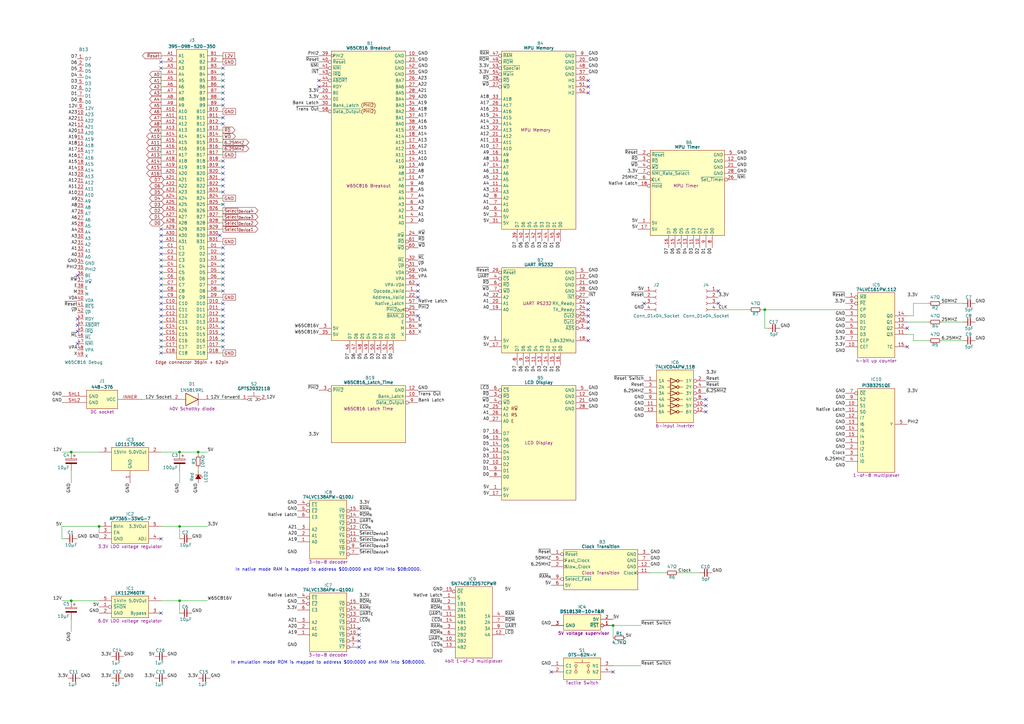
<source format=kicad_sch>
(kicad_sch (version 20231120) (generator "eeschema") (generator_version "8.0")
  (paper "A3")
  (title_block (title "W65C816 High Speed Board") (date "2024-06-24") (rev "V0"))
  (junction (at 29.21 185.42))
  (junction (at 73.66 246.38))
  (junction (at 313.69 127))
  (junction (at 73.66 215.9))
  (junction (at 40.64 215.9))
  (junction (at 73.66 185.42))
  (junction (at 81.28 185.42))
  (junction (at 29.21 246.38))
  (junction (at 251.46 256.54))
  (no_connect (at 90.17 96.52))
  (no_connect (at 91.44 71.12))
  (no_connect (at 171.45 121.92))
  (no_connect (at 91.44 38.1))
  (no_connect (at 226.06 275.59))
  (no_connect (at 66.04 27.94))
  (no_connect (at 91.44 127))
  (no_connect (at 91.44 73.66))
  (no_connect (at 31.75 140.97))
  (no_connect (at 66.04 142.24))
  (no_connect (at 289.56 166.37))
  (no_connect (at 91.44 78.74))
  (no_connect (at 66.04 144.78))
  (no_connect (at 147.32 265.43))
  (no_connect (at 91.44 142.24))
  (no_connect (at 66.04 137.16))
  (no_connect (at 241.3 127))
  (no_connect (at 66.04 139.7))
  (no_connect (at 66.04 129.54))
  (no_connect (at 66.04 251.46))
  (no_connect (at 91.44 124.46))
  (no_connect (at 91.44 40.64))
  (no_connect (at 91.44 27.94))
  (no_connect (at 91.44 43.18))
  (no_connect (at 66.04 132.08))
  (no_connect (at 66.04 96.52))
  (no_connect (at 66.04 127))
  (no_connect (at 91.44 76.2))
  (no_connect (at 91.44 111.76))
  (no_connect (at 289.56 168.91))
  (no_connect (at 91.44 33.02))
  (no_connect (at 66.04 109.22))
  (no_connect (at 91.44 132.08))
  (no_connect (at 171.45 119.38))
  (no_connect (at 66.04 106.68))
  (no_connect (at 91.44 30.48))
  (no_connect (at 91.44 48.26))
  (no_connect (at 147.32 257.81))
  (no_connect (at 294.64 119.38))
  (no_connect (at 66.04 101.6))
  (no_connect (at 91.44 101.6))
  (no_connect (at 241.3 132.08))
  (no_connect (at 91.44 116.84))
  (no_connect (at 66.04 114.3))
  (no_connect (at 91.44 139.7))
  (no_connect (at 130.81 35.56))
  (no_connect (at 66.04 104.14))
  (no_connect (at 241.3 129.54))
  (no_connect (at 130.81 33.02))
  (no_connect (at 241.3 35.56))
  (no_connect (at 31.75 135.89))
  (no_connect (at 66.04 134.62))
  (no_connect (at 251.46 275.59))
  (no_connect (at 91.44 66.04))
  (no_connect (at 289.56 163.83))
  (no_connect (at 91.44 137.16))
  (no_connect (at 66.04 124.46))
  (no_connect (at 241.3 124.46))
  (no_connect (at 147.32 262.89))
  (no_connect (at 31.75 113.03))
  (no_connect (at 91.44 68.58))
  (no_connect (at 66.04 25.4))
  (no_connect (at 91.44 109.22))
  (no_connect (at 241.3 139.7))
  (no_connect (at 66.04 99.06))
  (no_connect (at 264.16 124.46))
  (no_connect (at 91.44 119.38))
  (no_connect (at 66.04 121.92))
  (no_connect (at 171.45 116.84))
  (no_connect (at 66.04 116.84))
  (no_connect (at 66.04 220.98))
  (no_connect (at 66.04 119.38))
  (no_connect (at 294.64 124.46))
  (no_connect (at 91.44 134.62))
  (no_connect (at 91.44 35.56))
  (no_connect (at 66.04 111.76))
  (no_connect (at 171.45 129.54))
  (no_connect (at 91.44 104.14))
  (no_connect (at 66.04 93.98))
  (no_connect (at 147.32 260.35))
  (no_connect (at 91.44 50.8))
  (no_connect (at 91.44 106.68))
  (no_connect (at 91.44 114.3))
  (no_connect (at 31.75 133.35))
  (no_connect (at 91.44 83.82))
  (no_connect (at 91.44 129.54))
  (no_connect (at 372.11 134.62))
  (no_connect (at 241.3 134.62))
  (no_connect (at 241.3 38.1))
  (no_connect (at 31.75 130.81))
  (no_connect (at 241.3 33.02))
  (no_connect (at 372.11 142.24))
  (wire (pts (xy 66.04 134.62) (xy 67.31 134.62)))
  (wire (pts (xy 386.08 132.08) (xy 394.97 132.08)))
  (wire (pts (xy 91.44 142.24) (xy 90.17 142.24)))
  (wire (pts (xy 66.04 215.9) (xy 73.66 215.9)))
  (wire (pts (xy 29.21 259.08) (xy 29.21 254)))
  (wire (pts (xy 29.21 246.38) (xy 40.64 246.38)))
  (wire (pts (xy 91.44 58.42) (xy 90.17 58.42)))
  (wire (pts (xy 66.04 30.48) (xy 67.31 30.48)))
  (wire (pts (xy 66.04 121.92) (xy 67.31 121.92)))
  (wire (pts (xy 25.4 215.9) (xy 25.4 220.98)))
  (wire (pts (xy 66.04 111.76) (xy 67.31 111.76)))
  (wire (pts (xy 66.04 25.4) (xy 67.31 25.4)))
  (wire (pts (xy 25.4 246.38) (xy 29.21 246.38)))
  (wire (pts (xy 66.04 22.86) (xy 67.31 22.86)))
  (wire (pts (xy 66.04 139.7) (xy 67.31 139.7)))
  (wire (pts (xy 262.89 273.05) (xy 251.46 273.05)))
  (wire (pts (xy 66.04 63.5) (xy 67.31 63.5)))
  (wire (pts (xy 91.44 137.16) (xy 90.17 137.16)))
  (wire (pts (xy 66.04 124.46) (xy 67.31 124.46)))
  (wire (pts (xy 66.04 55.88) (xy 67.31 55.88)))
  (wire (pts (xy 91.44 78.74) (xy 90.17 78.74)))
  (wire (pts (xy 29.21 185.42) (xy 40.64 185.42)))
  (wire (pts (xy 91.44 71.12) (xy 90.17 71.12)))
  (wire (pts (xy 73.66 251.46) (xy 73.66 246.38)))
  (wire (pts (xy 25.4 185.42) (xy 29.21 185.42)))
  (wire (pts (xy 91.44 111.76) (xy 90.17 111.76)))
  (wire (pts (xy 91.44 139.7) (xy 90.17 139.7)))
  (wire (pts (xy 91.44 129.54) (xy 90.17 129.54)))
  (wire (pts (xy 29.21 198.12) (xy 29.21 193.04)))
  (wire (pts (xy 66.04 119.38) (xy 67.31 119.38)))
  (wire (pts (xy 314.96 134.62) (xy 313.69 134.62)))
  (wire (pts (xy 91.44 101.6) (xy 90.17 101.6)))
  (wire (pts (xy 66.04 99.06) (xy 67.31 99.06)))
  (wire (pts (xy 66.04 127) (xy 67.31 127)))
  (wire (pts (xy 386.08 124.46) (xy 394.97 124.46)))
  (wire (pts (xy 66.04 58.42) (xy 67.31 58.42)))
  (wire (pts (xy 66.04 66.04) (xy 67.31 66.04)))
  (wire (pts (xy 91.44 55.88) (xy 90.17 55.88)))
  (wire (pts (xy 66.04 43.18) (xy 67.31 43.18)))
  (wire (pts (xy 251.46 256.54) (xy 262.89 256.54)))
  (wire (pts (xy 313.69 127) (xy 346.71 127)))
  (wire (pts (xy 66.04 144.78) (xy 67.31 144.78)))
  (wire (pts (xy 91.44 53.34) (xy 90.17 53.34)))
  (wire (pts (xy 66.04 53.34) (xy 67.31 53.34)))
  (wire (pts (xy 91.44 30.48) (xy 90.17 30.48)))
  (wire (pts (xy 91.44 35.56) (xy 90.17 35.56)))
  (wire (pts (xy 91.44 127) (xy 90.17 127)))
  (wire (pts (xy 91.44 104.14) (xy 90.17 104.14)))
  (wire (pts (xy 66.04 142.24) (xy 67.31 142.24)))
  (wire (pts (xy 91.44 124.46) (xy 90.17 124.46)))
  (wire (pts (xy 73.66 215.9) (xy 85.09 215.9)))
  (wire (pts (xy 66.04 93.98) (xy 67.31 93.98)))
  (wire (pts (xy 91.44 76.2) (xy 90.17 76.2)))
  (wire (pts (xy 73.66 220.98) (xy 73.66 215.9)))
  (wire (pts (xy 66.04 35.56) (xy 67.31 35.56)))
  (wire (pts (xy 66.04 109.22) (xy 67.31 109.22)))
  (wire (pts (xy 66.04 50.8) (xy 67.31 50.8)))
  (wire (pts (xy 66.04 101.6) (xy 67.31 101.6)))
  (wire (pts (xy 91.44 106.68) (xy 90.17 106.68)))
  (wire (pts (xy 374.65 139.7) (xy 381 139.7)))
  (wire (pts (xy 91.44 38.1) (xy 90.17 38.1)))
  (wire (pts (xy 91.44 45.72) (xy 90.17 45.72)))
  (wire (pts (xy 66.04 185.42) (xy 73.66 185.42)))
  (wire (pts (xy 91.44 88.9) (xy 90.17 88.9)))
  (wire (pts (xy 66.04 68.58) (xy 67.31 68.58)))
  (wire (pts (xy 91.44 73.66) (xy 90.17 73.66)))
  (wire (pts (xy 294.64 127) (xy 307.34 127)))
  (wire (pts (xy 66.04 38.1) (xy 67.31 38.1)))
  (wire (pts (xy 91.44 121.92) (xy 90.17 121.92)))
  (wire (pts (xy 81.28 185.42) (xy 85.09 185.42)))
  (wire (pts (xy 91.44 81.28) (xy 90.17 81.28)))
  (wire (pts (xy 66.04 45.72) (xy 67.31 45.72)))
  (wire (pts (xy 372.11 137.16) (xy 374.65 137.16)))
  (wire (pts (xy 91.44 48.26) (xy 90.17 48.26)))
  (wire (pts (xy 91.44 22.86) (xy 90.17 22.86)))
  (wire (pts (xy 91.44 50.8) (xy 90.17 50.8)))
  (wire (pts (xy 66.04 129.54) (xy 67.31 129.54)))
  (wire (pts (xy 81.28 191.77) (xy 81.28 193.04)))
  (wire (pts (xy 386.08 139.7) (xy 394.97 139.7)))
  (wire (pts (xy 66.04 40.64) (xy 67.31 40.64)))
  (wire (pts (xy 91.44 134.62) (xy 90.17 134.62)))
  (wire (pts (xy 313.69 127) (xy 313.69 134.62)))
  (wire (pts (xy 66.04 116.84) (xy 67.31 116.84)))
  (wire (pts (xy 91.44 132.08) (xy 90.17 132.08)))
  (wire (pts (xy 66.04 114.3) (xy 67.31 114.3)))
  (wire (pts (xy 91.44 66.04) (xy 90.17 66.04)))
  (wire (pts (xy 91.44 43.18) (xy 90.17 43.18)))
  (wire (pts (xy 91.44 60.96) (xy 90.17 60.96)))
  (wire (pts (xy 91.44 114.3) (xy 90.17 114.3)))
  (wire (pts (xy 374.65 124.46) (xy 374.65 129.54)))
  (wire (pts (xy 372.11 132.08) (xy 381 132.08)))
  (wire (pts (xy 91.44 119.38) (xy 90.17 119.38)))
  (wire (pts (xy 66.04 60.96) (xy 67.31 60.96)))
  (wire (pts (xy 91.44 63.5) (xy 90.17 63.5)))
  (wire (pts (xy 66.04 137.16) (xy 67.31 137.16)))
  (wire (pts (xy 312.42 127) (xy 313.69 127)))
  (wire (pts (xy 73.66 246.38) (xy 66.04 246.38)))
  (wire (pts (xy 66.04 106.68) (xy 67.31 106.68)))
  (wire (pts (xy 91.44 99.06) (xy 90.17 99.06)))
  (wire (pts (xy 85.09 246.38) (xy 73.66 246.38)))
  (wire (pts (xy 251.46 256.54) (xy 251.46 261.62)))
  (wire (pts (xy 91.44 93.98) (xy 90.17 93.98)))
  (wire (pts (xy 66.04 104.14) (xy 67.31 104.14)))
  (wire (pts (xy 91.44 116.84) (xy 90.17 116.84)))
  (wire (pts (xy 91.44 25.4) (xy 90.17 25.4)))
  (wire (pts (xy 374.65 137.16) (xy 374.65 139.7)))
  (wire (pts (xy 91.44 91.44) (xy 90.17 91.44)))
  (wire (pts (xy 73.66 193.04) (xy 73.66 198.12)))
  (wire (pts (xy 81.28 185.42) (xy 81.28 186.69)))
  (wire (pts (xy 66.04 33.02) (xy 67.31 33.02)))
  (wire (pts (xy 91.44 83.82) (xy 90.17 83.82)))
  (wire (pts (xy 91.44 144.78) (xy 90.17 144.78)))
  (wire (pts (xy 381 124.46) (xy 374.65 124.46)))
  (wire (pts (xy 91.44 68.58) (xy 90.17 68.58)))
  (wire (pts (xy 91.44 86.36) (xy 90.17 86.36)))
  (wire (pts (xy 25.4 220.98) (xy 26.67 220.98)))
  (wire (pts (xy 71.12 163.83) (xy 58.42 163.83)))
  (wire (pts (xy 266.7 234.95) (xy 273.05 234.95)))
  (wire (pts (xy 86.36 163.83) (xy 99.06 163.83)))
  (wire (pts (xy 73.66 185.42) (xy 81.28 185.42)))
  (wire (pts (xy 91.44 27.94) (xy 90.17 27.94)))
  (wire (pts (xy 91.44 40.64) (xy 90.17 40.64)))
  (wire (pts (xy 91.44 33.02) (xy 90.17 33.02)))
  (wire (pts (xy 66.04 96.52) (xy 67.31 96.52)))
  (wire (pts (xy 25.4 215.9) (xy 40.64 215.9)))
  (wire (pts (xy 91.44 109.22) (xy 90.17 109.22)))
  (wire (pts (xy 66.04 71.12) (xy 67.31 71.12)))
  (wire (pts (xy 278.13 234.95) (xy 287.02 234.95)))
  (wire (pts (xy 40.64 215.9) (xy 40.64 218.44)))
  (wire (pts (xy 66.04 132.08) (xy 67.31 132.08)))
  (wire (pts (xy 374.65 129.54) (xy 372.11 129.54)))
  (wire (pts (xy 66.04 27.94) (xy 67.31 27.94)))
  (wire (pts (xy 66.04 48.26) (xy 67.31 48.26)))
  (text "In emulation mode ROM is mapped to address $00:0000 and RAM into $08:0000." (at 134.62 271.78 0) (effects (font (size 1.27 1.27))))
  (text "In native mode RAM is mapped to address $00:0000 and ROM into $08:0000." (at 134.62 233.68 0) (effects (font (size 1.27 1.27))))
  (label "~{Trans Out}" (at 171.45 162.56 0))
  (label "GND" (at 31.75 220.98 0))
  (label "W65C816V" (at 130.81 137.16 180))
  (label "Native Latch" (at 171.45 124.46 0))
  (label "GND" (at 241.3 22.86 0))
  (label "~{Select}_{Device}2" (at 147.32 222.25 0))
  (label "Clock" (at 278.13 234.95 0))
  (label "Bank Latch" (at 130.81 43.18 180))
  (label "GND" (at 346.71 144.78 180))
  (label "GND" (at 400.05 124.46 0))
  (label "~{Reset Switch}" (at 262.89 256.54 0))
  (label "D2" (at 224.79 99.06 270))
  (label "GND" (at 264.16 171.45 180))
  (label "Clock" (at 346.71 186.69 180))
  (label "5V" (at 40.64 248.92 180))
  (label "A17" (at 171.45 48.26 0))
  (label "VPA" (at 31.75 143.51 180))
  (label "~{Select}_{Device}1" (at 147.32 219.71 0))
  (label "GND" (at 320.04 134.62 0))
  (label "D5" (at 279.4 101.6 270))
  (label "D3" (at 153.67 144.78 270))
  (label "~{INT}" (at 241.3 121.92 0))
  (label "A1" (at 200.66 124.46 180))
  (label "A10" (at 171.45 66.04 0))
  (label "GND" (at 50.8 278.13 0))
  (label "D6" (at 146.05 144.78 270))
  (label "D2" (at 224.79 149.86 270))
  (label "D7" (at 143.51 144.78 270))
  (label "A19" (at 31.75 57.15 180))
  (label "D1" (at 227.33 149.86 270))
  (label "A9" (at 200.66 63.5 180))
  (label "D7" (at 31.75 24.13 180))
  (label "GND" (at 171.45 27.94 0))
  (label "GND" (at 346.71 166.37 180))
  (label "GND" (at 302.26 68.58 0))
  (label "~{PHI2}" (at 171.45 127 0))
  (label "~{RAM}" (at 207.01 252.73 0))
  (label "A0" (at 171.45 91.44 0))
  (label "W65C816V" (at 85.09 246.38 0))
  (label "GND" (at 241.3 167.64 0))
  (label "GND" (at 302.26 66.04 0))
  (label "D6" (at 214.63 149.86 270))
  (label "GND" (at 346.71 161.29 180))
  (label "3.3V" (at 27.94 278.13 180))
  (label "~{WD}" (at 200.66 119.38 180))
  (label "GND" (at 29.21 198.12 270))
  (label "A6" (at 200.66 71.12 180))
  (label "GND" (at 73.66 198.12 270))
  (label "GND" (at 121.92 265.43 180))
  (label "D6" (at 276.86 101.6 270))
  (label "A19" (at 121.92 222.25 180))
  (label "6.25MHZ" (at 386.08 139.7 0))
  (label "A2" (at 200.66 167.64 180))
  (label "D2" (at 287.02 101.6 270))
  (label "Reset" (at 264.16 158.75 180))
  (label "A12" (at 31.75 74.93 180))
  (label "GND" (at 264.16 163.83 180))
  (label "A7" (at 200.66 68.58 180))
  (label "A17" (at 200.66 43.18 180))
  (label "A13" (at 31.75 72.39 180))
  (label "D2" (at 31.75 36.83 180))
  (label "D2" (at 200.66 190.5 180))
  (label "A1" (at 200.66 170.18 180))
  (label "D4" (at 151.13 144.78 270))
  (label "GND" (at 171.45 160.02 0))
  (label "D5" (at 217.17 149.86 270))
  (label "Native Latch" (at 346.71 168.91 180))
  (label "A11" (at 200.66 58.42 180))
  (label "D1" (at 31.75 39.37 180))
  (label "~{Reset}" (at 31.75 125.73 180))
  (label "5V" (at 200.66 88.9 180))
  (label "GND" (at 171.45 22.86 0))
  (label "~{Trans Out}" (at 130.81 45.72 180))
  (label "D7" (at 274.32 101.6 270))
  (label "GND" (at 68.58 269.24 0))
  (label "3.3V" (at 45.72 269.24 180))
  (label "5V" (at 25.4 215.9 180))
  (label "~{INT}" (at 130.81 30.48 180))
  (label "~{UART}_{E}" (at 181.61 252.73 180))
  (label "GND" (at 302.26 71.12 0))
  (label "A4" (at 200.66 76.2 180))
  (label "Bank Latch" (at 171.45 165.1 0))
  (label "~{LCD}_{E}" (at 181.61 255.27 180))
  (label "D6" (at 31.75 26.67 180))
  (label "3.3V" (at 200.66 30.48 180))
  (label "PHI2" (at 130.81 22.86 180))
  (label "~{LCD}_{E}" (at 147.32 255.27 0))
  (label "GND" (at 50.8 269.24 0))
  (label "A12" (at 200.66 55.88 180))
  (label "A15" (at 31.75 67.31 180))
  (label "3.3V" (at 130.81 40.64 180))
  (label "A3" (at 31.75 97.79 180))
  (label "~{LCD}_{N}" (at 147.32 217.17 0))
  (label "Native Latch" (at 181.61 245.11 180))
  (label "A0" (at 31.75 105.41 180))
  (label "A0" (at 200.66 86.36 180))
  (label "5V" (at 256.54 261.62 0))
  (label "D3" (at 31.75 34.29 180))
  (label "5V" (at 200.66 139.7 180))
  (label "A20" (at 121.92 219.71 180))
  (label "GND" (at 346.71 191.77 180))
  (label "A14" (at 31.75 69.85 180))
  (label "~{RD}" (at 171.45 99.06 0))
  (label "12V Forward" (at 86.36 163.83 0))
  (label "~{Select}_{Device}4" (at 147.32 227.33 0))
  (label "GND" (at 241.3 30.48 0))
  (label "GND" (at 346.71 181.61 180))
  (label "A7" (at 31.75 87.63 180))
  (label "A14" (at 200.66 50.8 180))
  (label "PHI2" (at 31.75 110.49 180))
  (label "25MHZ" (at 386.08 132.08 0))
  (label "Native Latch" (at 121.92 212.09 180))
  (label "GND" (at 346.71 134.62 180))
  (label "A0" (at 200.66 172.72 180))
  (label "GND" (at 31.75 107.95 180))
  (label "GND" (at 53.34 198.12 270))
  (label "12V Socket" (at 70.485 163.83 180))
  (label "5V" (at 200.66 203.2 180))
  (label "3.3V" (at 63.5 278.13 180))
  (label "A20" (at 121.92 257.81 180))
  (label "D4" (at 200.66 185.42 180))
  (label "~{6.25MHZ}" (at 289.56 161.29 0))
  (label "~{Reset}" (at 261.62 63.5 180))
  (label "~{RD}" (at 261.62 66.04 180))
  (label "3.3V" (at 130.81 38.1 180))
  (label "D3" (at 284.48 101.6 270))
  (label "GND" (at 241.3 160.02 0))
  (label "GND" (at 121.92 207.01 180))
  (label "~{ROM}_{E}" (at 147.32 247.65 0))
  (label "GND" (at 264.16 168.91 180))
  (label "A1" (at 31.75 102.87 180))
  (label "3.3V" (at 85.09 215.9 0))
  (label "GND" (at 400.05 132.08 0))
  (label "A0" (at 200.66 127 180))
  (label "~{UART}_{N}" (at 181.61 262.89 180))
  (label "A21" (at 171.45 38.1 0))
  (label "D1" (at 200.66 193.04 180))
  (label "~{Reset Switch}" (at 264.16 156.21 180))
  (label "3.3V" (at 81.28 278.13 180))
  (label "A1" (at 200.66 83.82 180))
  (label "D1" (at 158.75 144.78 270))
  (label "D4" (at 281.94 101.6 270))
  (label "~{RD}" (at 200.66 116.84 180))
  (label "12V" (at 109.22 163.83 0))
  (label "~{ROM}_{E}" (at 181.61 250.19 180))
  (label "GND" (at 171.45 30.48 0))
  (label "5V" (at 251.46 254 0))
  (label "GND" (at 241.3 111.76 0))
  (label "~{RD}" (at 200.66 33.02 180))
  (label "GND" (at 346.71 163.83 180))
  (label "6.25MHZ" (at 264.16 161.29 180))
  (label "GND" (at 81.28 198.12 270))
  (label "A2" (at 171.45 86.36 0))
  (label "GND" (at 121.92 247.65 180))
  (label "3.3V" (at 346.71 139.7 180))
  (label "A19" (at 121.92 260.35 180))
  (label "D0" (at 200.66 195.58 180))
  (label "D6" (at 200.66 180.34 180))
  (label "~{LCD}" (at 200.66 160.02 180))
  (label "GND" (at 241.3 25.4 0))
  (label "GND" (at 241.3 114.3 0))
  (label "D4" (at 219.71 99.06 270))
  (label "A8" (at 31.75 85.09 180))
  (label "3.3V" (at 147.32 245.11 0))
  (label "5V" (at 226.06 240.03 180))
  (label "D7" (at 212.09 149.86 270))
  (label "~{RD}" (at 200.66 162.56 180))
  (label "3.3V" (at 294.64 121.92 0))
  (label "X" (at 31.75 146.05 180))
  (label "D0" (at 229.87 99.06 270))
  (label "GND" (at 241.3 116.84 0))
  (label "5V" (at 264.16 119.38 180))
  (label "3.3V" (at 289.56 153.67 0))
  (label "A23" (at 31.75 46.99 180))
  (label "~{RAM}_{N}" (at 147.32 209.55 0))
  (label "Native Latch" (at 261.62 76.2 180))
  (label "~{LCD}" (at 207.01 260.35 0))
  (label "GND" (at 226.06 256.54 180))
  (label "GND" (at 241.3 165.1 0))
  (label "~{PHI2}" (at 130.81 160.02 180))
  (label "M" (at 31.75 120.65 180))
  (label "5V" (at 261.62 91.44 180))
  (label "A18" (at 200.66 40.64 180))
  (label "~{Reset}" (at 264.16 121.92 180))
  (label "A9" (at 171.45 68.58 0))
  (label "D3" (at 222.25 149.86 270))
  (label "~{WD}" (at 171.45 101.6 0))
  (label "A23" (at 171.45 33.02 0))
  (label "GND" (at 264.16 127 180))
  (label "5V" (at 200.66 91.44 180))
  (label "D6" (at 214.63 99.06 270))
  (label "~{UART}" (at 207.01 257.81 0))
  (label "A9" (at 31.75 82.55 180))
  (label "D5" (at 31.75 29.21 180))
  (label "GND" (at 400.05 139.7 0))
  (label "E" (at 171.45 132.08 0))
  (label "A15" (at 171.45 53.34 0))
  (label "3.3V" (at 346.71 124.46 180))
  (label "~{Reset}" (at 226.06 227.33 180))
  (label "GND" (at 121.92 209.55 180))
  (label "A3" (at 200.66 78.74 180))
  (label "A14" (at 171.45 55.88 0))
  (label "R~{W}" (at 31.75 115.57 180))
  (label "D3" (at 222.25 99.06 270))
  (label "~{VP}" (at 171.45 109.22 0))
  (label "~{Reset}" (at 130.81 25.4 180))
  (label "GND" (at 346.71 173.99 180))
  (label "A6" (at 171.45 76.2 0))
  (label "A11" (at 31.75 77.47 180))
  (label "A13" (at 171.45 58.42 0))
  (label "GND" (at 29.21 259.08 270))
  (label "A4" (at 31.75 95.25 180))
  (label "~{UART}" (at 200.66 114.3 180))
  (label "A16" (at 200.66 45.72 180))
  (label "3.3V" (at 261.62 71.12 180))
  (label "PHI2" (at 372.11 173.99 0))
  (label "~{ML}" (at 171.45 106.68 0))
  (label "A7" (at 171.45 73.66 0))
  (label "A5" (at 31.75 92.71 180))
  (label "W65C816V" (at 130.81 134.62 180))
  (label "GND" (at 266.7 232.41 0))
  (label "GND" (at 171.45 25.4 0))
  (label "GND" (at 25.4 165.1 180))
  (label "~{WD}" (at 261.62 68.58 180))
  (label "D1" (at 289.56 101.6 270))
  (label "3.3V" (at 45.72 278.13 180))
  (label "A15" (at 200.66 48.26 180))
  (label "E" (at 31.75 118.11 180))
  (label "GND" (at 346.71 129.54 180))
  (label "~{ROM}" (at 207.01 255.27 0))
  (label "D5" (at 217.17 99.06 270))
  (label "5V" (at 85.09 185.42 0))
  (label "A12" (at 171.45 60.96 0))
  (label "GND" (at 346.71 171.45 180))
  (label "D0" (at 31.75 41.91 180))
  (label "~{WD}" (at 200.66 165.1 180))
  (label "GND" (at 121.92 227.33 180))
  (label "D1" (at 227.33 99.06 270))
  (label "GND" (at 40.64 251.46 180))
  (label "GND" (at 346.71 184.15 180))
  (label "~{ROM}_{N}" (at 147.32 212.09 0))
  (label "12V" (at 25.4 185.42 180))
  (label "3.3V" (at 147.32 207.01 0))
  (label "D7" (at 200.66 177.8 180))
  (label "~{Reset Switch}" (at 262.89 273.05 0))
  (label "GND" (at 266.7 229.87 0))
  (label "GND" (at 346.71 176.53 180))
  (label "A21" (at 121.92 255.27 180))
  (label "~{RAM}" (at 200.66 22.86 180))
  (label "A8" (at 171.45 71.12 0))
  (label "50MHZ" (at 226.06 229.87 180))
  (label "~{NMI}" (at 302.26 73.66 0))
  (label "~{WD}" (at 200.66 35.56 180))
  (label "~{ROM}" (at 200.66 25.4 180))
  (label "A21" (at 31.75 52.07 180))
  (label "5V" (at 63.5 269.24 180))
  (label "D0" (at 229.87 149.86 270))
  (label "~{Reset}" (at 289.56 158.75 0))
  (label "GND" (at 25.4 162.56 180))
  (label "~{UART}_{E}" (at 147.32 252.73 0))
  (label "A17" (at 31.75 62.23 180))
  (label "D3" (at 200.66 187.96 180))
  (label "A10" (at 31.75 80.01 180))
  (label "~{LCD}_{N}" (at 181.61 265.43 180))
  (label "A2" (at 200.66 81.28 180))
  (label "GND" (at 346.71 132.08 180))
  (label "GND" (at 302.26 63.5 0))
  (label "D4" (at 219.71 149.86 270))
  (label "GND" (at 181.61 267.97 180))
  (label "GND" (at 266.7 227.33 0))
  (label "A3" (at 171.45 83.82 0))
  (label "5V" (at 200.66 142.24 180))
  (label "GND" (at 181.61 242.57 180))
  (label "~{ML}" (at 31.75 138.43 180))
  (label "R~{W}" (at 171.45 96.52 0))
  (label "5V" (at 200.66 200.66 180))
  (label "A2" (at 31.75 100.33 180))
  (label "A18" (at 31.75 59.69 180))
  (label "D7" (at 212.09 99.06 270))
  (label "~{NMI}" (at 130.81 27.94 180))
  (label "VDA" (at 171.45 111.76 0))
  (label "GND" (at 78.74 251.46 0))
  (label "D5" (at 148.59 144.78 270))
  (label "A22" (at 171.45 35.56 0))
  (label "A20" (at 171.45 40.64 0))
  (label "3.3V" (at 121.92 250.19 180))
  (label "A6" (at 31.75 90.17 180))
  (label "GND" (at 264.16 166.37 180))
  (label "A16" (at 31.75 64.77 180))
  (label "12V" (at 25.4 246.38 180))
  (label "5V" (at 261.62 93.98 180))
  (label "25MHZ" (at 261.62 73.66 180))
  (label "~{RAM}_{E}" (at 181.61 247.65 180))
  (label "GND" (at 241.3 119.38 0))
  (label "Reset" (at 289.56 156.21 0))
  (label "A18" (at 171.45 45.72 0))
  (label "VPA" (at 171.45 114.3 0))
  (label "GND" (at 86.36 278.13 0))
  (label "D2" (at 156.21 144.78 270))
  (label "D0" (at 161.29 144.78 270))
  (label "~{Reset}" (at 200.66 111.76 180))
  (label "VDA" (at 31.75 123.19 180))
  (label "A16" (at 171.45 50.8 0))
  (label "6.25MHZ" (at 346.71 189.23 180))
  (label "~{Reset}" (at 346.71 121.92 180))
  (label "A10" (at 200.66 60.96 180))
  (label "X" (at 171.45 137.16 0))
  (label "~{UART}_{N}" (at 147.32 214.63 0))
  (label "3.3V" (at 372.11 121.92 0))
  (label "~{VP}" (at 31.75 128.27 180))
  (label "3.3V" (at 130.81 179.07 180))
  (label "GND" (at 40.64 220.98 180))
  (label "GND" (at 241.3 27.94 0))
  (label "~{ROM}_{N}" (at 181.61 260.35 180))
  (label "A19" (at 171.45 43.18 0))
  (label "A2" (at 200.66 121.92 180))
  (label "GND" (at 33.02 278.13 0))
  (label "3.3V" (at 372.11 161.29 0))
  (label "A13" (at 200.66 53.34 180))
  (label "A21" (at 121.92 217.17 180))
  (label "~{RAM}_{N}" (at 181.61 257.81 180))
  (label "Native Latch" (at 121.92 245.11 180))
  (label "5V" (at 207.01 242.57 0))
  (label "GND" (at 226.06 273.05 180))
  (label "A4" (at 171.45 81.28 0))
  (label "D5" (at 200.66 182.88 180))
  (label "A1" (at 171.45 88.9 0))
  (label "12V" (at 31.75 44.45 180))
  (label "A5" (at 200.66 73.66 180))
  (label "GND" (at 68.58 278.13 0))
  (label "GND" (at 346.71 137.16 180))
  (label "6.25MHZ" (at 226.06 232.41 180))
  (label "CLK" (at 294.64 127 0))
  (label "~{RAM}_{E}" (at 147.32 250.19 0))
  (label "3.3V" (at 346.71 142.24 180))
  (label "GND" (at 292.1 234.95 0))
  (label "GND" (at 346.71 179.07 180))
  (label "~{Select}_{Device}3" (at 147.32 224.79 0))
  (label "M" (at 171.45 134.62 0))
  (label "A5" (at 171.45 78.74 0))
  (label "GND" (at 78.74 220.98 0))
  (label "GND" (at 241.3 162.56 0))
  (label "3.3V" (at 200.66 27.94 180))
  (label "A11" (at 171.45 63.5 0))
  (label "D4" (at 31.75 31.75 180))
  (label "A20" (at 31.75 54.61 180))
  (label "50MHZ" (at 386.08 124.46 0))
  (label "D0" (at 292.1 101.6 270))
  (label "~{RAM}_{N}" (at 226.06 237.49 180))
  (label "A22" (at 31.75 49.53 180))
  (label "A8" (at 200.66 66.04 180))
  (global_label "~{Select}_{Device}3" (shape output) (at 91.44 88.9 0) (property "Intersheetrefs" "${INTERSHEET_REFS}" (effects (hide yes))))
  (global_label "A2" (shape output) (at 66.04 35.56 180) (property "Intersheetrefs" "${INTERSHEET_REFS}" (effects (hide yes))))
  (global_label "GND" (shape passive) (at 91.44 121.92 0) (property "Intersheetrefs" "${INTERSHEET_REFS}" (effects (hide yes))))
  (global_label "D6" (shape tri_state) (at 67.31 76.2 180) (property "Intersheetrefs" "${INTERSHEET_REFS}" (effects (hide yes))))
  (global_label "GND" (shape passive) (at 91.44 25.4 0) (property "Intersheetrefs" "${INTERSHEET_REFS}" (effects (hide yes))))
  (global_label "A3" (shape output) (at 66.04 38.1 180) (property "Intersheetrefs" "${INTERSHEET_REFS}" (effects (hide yes))))
  (global_label "A4" (shape output) (at 66.04 40.64 180) (property "Intersheetrefs" "${INTERSHEET_REFS}" (effects (hide yes))))
  (global_label "A5" (shape output) (at 66.04 43.18 180) (property "Intersheetrefs" "${INTERSHEET_REFS}" (effects (hide yes))))
  (global_label "A7" (shape output) (at 66.04 48.26 180) (property "Intersheetrefs" "${INTERSHEET_REFS}" (effects (hide yes))))
  (global_label "D2" (shape tri_state) (at 67.31 86.36 180) (property "Intersheetrefs" "${INTERSHEET_REFS}" (effects (hide yes))))
  (global_label "A1" (shape output) (at 66.04 33.02 180) (property "Intersheetrefs" "${INTERSHEET_REFS}" (effects (hide yes))))
  (global_label "A10" (shape output) (at 66.04 55.88 180) (property "Intersheetrefs" "${INTERSHEET_REFS}" (effects (hide yes))))
  (global_label "A9" (shape output) (at 66.04 53.34 180) (property "Intersheetrefs" "${INTERSHEET_REFS}" (effects (hide yes))))
  (global_label "A0" (shape output) (at 66.04 30.48 180) (property "Intersheetrefs" "${INTERSHEET_REFS}" (effects (hide yes))))
  (global_label "A13" (shape output) (at 66.04 63.5 180) (property "Intersheetrefs" "${INTERSHEET_REFS}" (effects (hide yes))))
  (global_label "D5" (shape tri_state) (at 67.31 78.74 180) (property "Intersheetrefs" "${INTERSHEET_REFS}" (effects (hide yes))))
  (global_label "D3" (shape tri_state) (at 67.31 83.82 180) (property "Intersheetrefs" "${INTERSHEET_REFS}" (effects (hide yes))))
  (global_label "A12" (shape output) (at 66.04 60.96 180) (property "Intersheetrefs" "${INTERSHEET_REFS}" (effects (hide yes))))
  (global_label "D0" (shape tri_state) (at 67.31 91.44 180) (property "Intersheetrefs" "${INTERSHEET_REFS}" (effects (hide yes))))
  (global_label "~{Select}_{Device}4" (shape output) (at 91.44 86.36 0) (property "Intersheetrefs" "${INTERSHEET_REFS}" (effects (hide yes))))
  (global_label "12V" (shape passive) (at 91.44 22.86 0) (property "Intersheetrefs" "${INTERSHEET_REFS}" (effects (hide yes))))
  (global_label "~{6.25MHZ}" (shape output) (at 91.44 60.96 0) (property "Intersheetrefs" "${INTERSHEET_REFS}" (effects (hide yes))))
  (global_label "A14" (shape output) (at 66.04 66.04 180) (property "Intersheetrefs" "${INTERSHEET_REFS}" (effects (hide yes))))
  (global_label "GND" (shape passive) (at 91.44 81.28 0) (property "Intersheetrefs" "${INTERSHEET_REFS}" (effects (hide yes))))
  (global_label "~{RD}" (shape output) (at 91.44 53.34 0) (property "Intersheetrefs" "${INTERSHEET_REFS}" (effects (hide yes))))
  (global_label "~{Select}_{Device}1" (shape output) (at 91.44 93.98 0) (property "Intersheetrefs" "${INTERSHEET_REFS}" (effects (hide yes))))
  (global_label "D4" (shape tri_state) (at 67.31 81.28 180) (property "Intersheetrefs" "${INTERSHEET_REFS}" (effects (hide yes))))
  (global_label "~{WD}" (shape output) (at 91.44 55.88 0) (property "Intersheetrefs" "${INTERSHEET_REFS}" (effects (hide yes))))
  (global_label "A15" (shape output) (at 66.04 68.58 180) (property "Intersheetrefs" "${INTERSHEET_REFS}" (effects (hide yes))))
  (global_label "~{Select}_{Device}2" (shape output) (at 91.44 91.44 0) (property "Intersheetrefs" "${INTERSHEET_REFS}" (effects (hide yes))))
  (global_label "D7" (shape tri_state) (at 67.31 73.66 180) (property "Intersheetrefs" "${INTERSHEET_REFS}" (effects (hide yes))))
  (global_label "A6" (shape output) (at 66.04 45.72 180) (property "Intersheetrefs" "${INTERSHEET_REFS}" (effects (hide yes))))
  (global_label "GND" (shape passive) (at 91.44 144.78 0) (property "Intersheetrefs" "${INTERSHEET_REFS}" (effects (hide yes))))
  (global_label "D1" (shape tri_state) (at 67.31 88.9 180) (property "Intersheetrefs" "${INTERSHEET_REFS}" (effects (hide yes))))
  (global_label "A11" (shape output) (at 66.04 58.42 180) (property "Intersheetrefs" "${INTERSHEET_REFS}" (effects (hide yes))))
  (global_label "GND" (shape passive) (at 91.44 45.72 0) (property "Intersheetrefs" "${INTERSHEET_REFS}" (effects (hide yes))))
  (global_label "A8" (shape output) (at 66.04 50.8 180) (property "Intersheetrefs" "${INTERSHEET_REFS}" (effects (hide yes))))
  (global_label "6.25MHZ" (shape output) (at 91.44 58.42 0) (property "Intersheetrefs" "${INTERSHEET_REFS}" (effects (hide yes))))
  (global_label "A16" (shape output) (at 66.04 71.12 180) (property "Intersheetrefs" "${INTERSHEET_REFS}" (effects (hide yes))))
  (global_label "~{Reset}" (shape output) (at 66.04 22.86 180) (property "Intersheetrefs" "${INTERSHEET_REFS}" (effects (hide yes))))
  (global_label "GND" (shape passive) (at 91.44 63.5 0) (property "Intersheetrefs" "${INTERSHEET_REFS}" (effects (hide yes))))
  (global_label "GND" (shape passive) (at 91.44 99.06 0) (property "Intersheetrefs" "${INTERSHEET_REFS}" (effects (hide yes))))
  (symbol (lib_id "HCP65:W65C816_Latch_Time") (at 135.89 160.02 0) (unit 1)
    (property "Reference" "B19" (at 151.765 154.94 0))
    (property "Value" "W65C816_Latch_Time" (at 151.13 156.845 0) (effects (font (bold yes))))
    (property "Footprint" "HCP65_Parts:HCP65_W65C816_Latch_Time" (effects (hide yes)))
    (property "Description" "W65C816 Latch Time" (at 151.13 167.64 0))
    (property "Silkscreen" "W65C816 Latch Time" (effects (hide yes)))
  )
  (symbol (lib_id "HCP65:C_0805") (at 287.02 234.95 0) (unit 1)
    (property "Reference" "C10" (at 289.306 232.41 0))
    (property "Value" "5pF" (at 289.56 237.49 0))
    (property "Footprint" "SamacSys_Parts:C_0805" (effects (hide yes)))
  )
  (symbol (lib_id "Diodes_Inc:PI3B3251QE") (at 346.71 161.29 0) (unit 1)
    (property "Reference" "IC10" (at 359.41 155.575 0))
    (property "Value" "PI3B3251QE" (at 359.41 158.115 0) (effects (font (bold yes))))
    (property "Footprint" "SamacSys_Parts:SOP64P599X175-16N" (effects (hide yes)))
    (property "Datasheet" "https://componentsearchengine.com/Datasheets/1/PI3B3251QE.pdf" (effects (hide yes)))
    (property "Description" "1-of-8 multiplexer" (at 359.41 194.945 0))
    (property "Height" "1.75" (effects (hide yes)))
    (property "Manufacturer_Name" "Diodes Inc." (effects (hide yes)))
    (property "Manufacturer_Part_Number" "PI3B3251QE" (effects (hide yes)))
    (property "Mouser Part Number" "729-PI3B3251QE" (effects (hide yes)))
    (property "Mouser Price/Stock" "https://www.mouser.com/Search/Refine.aspx?Keyword=729-PI3B3251QE" (effects (hide yes)))
    (property "Silkscreen" "PI3B3251" (effects (hide yes)))
    (property "Garbage" "Encoders, Decoders, Multiplexers & Demultiplexers 3.3V 8:1 Demux Mux Bus Switch" (effects (hide yes)))
  )
  (symbol (lib_id "Diptronic:DTS-62N-V") (at 226.06 273.05 0) (unit 1)
    (property "Reference" "S1" (at 238.76 266.7 0))
    (property "Value" "DTS-62N-V" (at 238.76 268.605 0) (effects (font (bold yes))))
    (property "Footprint" "SamacSys_Parts:DTS62NV" (effects (hide yes)))
    (property "Datasheet" "http://akizukidenshi.com/download/ds/cosland/DTS-6-V.PDF" (effects (hide yes)))
    (property "Description" "Tactile Switch" (at 238.76 280.035 0))
    (property "Height" "7" (effects (hide yes)))
    (property "Manufacturer_Name" "Diptronics" (effects (hide yes)))
    (property "Manufacturer_Part_Number" "DTS-62N-V" (effects (hide yes)))
    (property "Mouser Part Number" "113-DTS-62N-V" (effects (hide yes)))
    (property "Mouser Price/Stock" "https://www.mouser.co.uk/ProductDetail/Diptronics/DTS-62N-V?qs=gTYE2QTfZfSKTB5KYn%252Brkw%3D%3D" (effects (hide yes)))
    (property "Garbage" "Tactile Switches Through Hole 6*6" (effects (hide yes)))
  )
  (symbol (lib_id "HCP65:C_0805") (at 81.28 278.13 0) (unit 1)
    (property "Reference" "C15" (at 83.566 275.59 0))
    (property "Value" "1µF" (at 81.28 280.67 0) (effects (justify left)))
    (property "Footprint" "SamacSys_Parts:C_0805" (effects (hide yes)))
  )
  (symbol (lib_id "HCP65:LCD_Display") (at 205.74 160.02 0) (unit 1)
    (property "Reference" "B5" (at 221.615 154.94 0))
    (property "Value" "LCD Display" (at 220.98 156.845 0) (effects (font (bold yes))))
    (property "Footprint" "HCP65_Parts:HCP65_LCD_Display" (effects (hide yes)))
    (property "Description" "LCD Display" (at 220.98 181.61 0))
    (property "Silkscreen" "LCD Display" (effects (hide yes)))
  )
  (symbol (lib_id "HCP65:R_0805") (at 386.08 132.08 180) (unit 1)
    (property "Reference" "R4" (at 383.54 133.858 0))
    (property "Value" "47Ω" (at 383.54 129.54 0))
    (property "Footprint" "SamacSys_Parts:R_0805" (effects (hide yes)))
  )
  (symbol (lib_id "RS_Components:448-376") (at 53.34 162.56 0) (mirror y) (unit 1)
    (property "Reference" "J1" (at 41.91 156.21 0))
    (property "Value" "448-376" (at 41.91 158.75 0) (effects (font (bold yes))))
    (property "Footprint" "SamacSys_Parts:448376" (effects (hide yes)))
    (property "Datasheet" "https://docs.rs-online.com/902a/0900766b81582446.pdf" (effects (hide yes)))
    (property "Description" "DC socket" (at 41.91 168.91 0))
    (property "Height" "11" (effects (hide yes)))
    (property "Manufacturer_Name" "RS Components" (effects (hide yes)))
    (property "Manufacturer_Part_Number" "448-376" (effects (hide yes)))
  )
  (symbol (lib_id "HCP65:R_0805") (at 386.08 139.7 180) (unit 1)
    (property "Reference" "R5" (at 383.54 141.478 0))
    (property "Value" "47Ω" (at 383.54 137.16 0))
    (property "Footprint" "SamacSys_Parts:R_0805" (effects (hide yes)))
  )
  (symbol (lib_id "HCP65:C_0805") (at 63.5 278.13 0) (unit 1)
    (property "Reference" "C13" (at 65.786 275.59 0))
    (property "Value" "1µF" (at 63.5 280.67 0) (effects (justify left)))
    (property "Footprint" "SamacSys_Parts:C_0805" (effects (hide yes)))
  )
  (symbol (lib_id "EDAC:395-098-520-350") (at 90.17 22.86 0) (mirror y) (unit 1)
    (property "Reference" "J3" (at 78.74 16.51 0))
    (property "Value" "395-098-520-350" (at 78.74 19.05 0) (effects (font (bold yes))))
    (property "Footprint" "SamacSys_Parts:98pin Edge Connector" (effects (hide yes)))
    (property "Datasheet" "https://media.digikey.com/pdf/Data%20Sheets/EDAC%20PDFs/395-098-520-350.pdf" (effects (hide yes)))
    (property "Description" "Standard Card Edge Connectors 98P Solder Tail 5.08mm ROW SPACE" (effects (hide yes)))
    (property "Height" "15.4" (effects (hide yes)))
    (property "Manufacturer_Name" "EDAC" (effects (hide yes)))
    (property "Manufacturer_Part_Number" "395-098-520-350" (effects (hide yes)))
    (property "Mouser Part Number" "587-395-098-520-350" (effects (hide yes)))
    (property "Mouser Price/Stock" "https://www.mouser.co.uk/ProductDetail/EDAC/395-098-520-350?qs=U4pz39agNJAWEyGruTa5gg%3D%3D" (effects (hide yes)))
    (property "Garbage" "Standard Card Edge Connectors 98P Solder Tail 5.08mm ROW SPACE" (effects (hide yes)))
  )
  (symbol (lib_id "Connector:Conn_01x04_Socket") (at 269.24 121.92 0) (unit 1)
    (property "Reference" "J2" (at 269.24 116.84 0))
    (property "Value" "Conn_01x04_Socket" (at 269.24 129.54 0))
    (property "Footprint" "Connector_PinSocket_2.54mm:PinSocket_1x04_P2.54mm_Vertical" (effects (hide yes)))
    (property "Description" "Generic connector, single row, 01x04, script generated" (effects (hide yes)))
  )
  (symbol (lib_id "Nexperia:74LVC04APW,118") (at 264.16 156.21 0) (unit 1)
    (property "Reference" "IC6" (at 276.86 148.59 0))
    (property "Value" "74LVC04APW,118" (at 276.86 150.495 0) (effects (font (bold yes))))
    (property "Footprint" "SamacSys_Parts:SOP65P640X110-14N" (effects (hide yes)))
    (property "Datasheet" "https://assets.nexperia.com/documents/data-sheet/74LVC04A.pdf" (effects (hide yes)))
    (property "Description" "6-input inverter" (at 276.86 174.625 0))
    (property "Height" "1.1" (effects (hide yes)))
    (property "Manufacturer_Name" "Nexperia" (effects (hide yes)))
    (property "Manufacturer_Part_Number" "74LVC04APW,118" (effects (hide yes)))
    (property "Mouser Part Number" "771-74LVC04APW-T" (effects (hide yes)))
    (property "Mouser Price/Stock" "https://www.mouser.co.uk/ProductDetail/Nexperia/74LVC04APW118?qs=me8TqzrmIYUA5zXidd9%2F4g%3D%3D" (effects (hide yes)))
    (property "Silkscreen" "74LVC04" (effects (hide yes)))
  )
  (symbol (lib_id "HCP65:MPU_Memory") (at 205.74 22.86 0) (unit 1)
    (property "Reference" "B4" (at 221.615 17.78 0))
    (property "Value" "MPU Memory" (at 220.98 19.685 0) (effects (font (bold yes))))
    (property "Footprint" "HCP65_Parts:HCP65_MPU_Memory" (effects (hide yes)))
    (property "Description" "MPU Memory" (at 219.71 53.34 0))
    (property "Silkscreen" "MPU Memory" (effects (hide yes)))
  )
  (symbol (lib_id "HCP65:C_Radial_D4.0mm_P2.00mm") (at 29.21 250.19 0) (mirror y) (unit 1)
    (property "Reference" "C5" (at 28.575 247.65 0) (effects (justify left)))
    (property "Value" "10μF" (at 28.575 252.73 0) (effects (justify left)))
    (property "Footprint" "SamacSys_Parts:CP_Radial_D4.0mm_P2.00mm" (effects (hide yes)))
  )
  (symbol (lib_id "HCP65:LED") (at 81.28 195.58 270) (unit 1)
    (property "Reference" "LED2" (at 84.455 195.58 0))
    (property "Value" "Red" (at 78.74 195.58 0))
    (property "Footprint" "SamacSys_Parts:LED_D5.0mm" (effects (hide yes)))
  )
  (symbol (lib_id "Nexperia:74LVC138APW-Q100J") (at 121.92 243.205 0) (unit 1)
    (property "Reference" "IC7" (at 134.62 240.03 0))
    (property "Value" "74LVC138APW-Q100J" (at 134.62 241.935 0) (effects (font (bold yes))))
    (property "Footprint" "SamacSys_Parts:SOP65P640X110-16N" (effects (hide yes)))
    (property "Datasheet" "https://assets.nexperia.com/documents/data-sheet/74LVC138A_Q100.pdf" (effects (hide yes)))
    (property "Description" "3-to-8 decoder" (at 134.62 268.605 0))
    (property "Height" "1.1" (effects (hide yes)))
    (property "Mouser Part Number" "771-74LVC138APWQ100J" (effects (hide yes)))
    (property "Mouser Price/Stock" "https://www.mouser.co.uk/ProductDetail/Nexperia/74LVC138APW-Q100J?qs=fi7yB2oewZnXKE82xo%252BhJQ%3D%3D" (effects (hide yes)))
    (property "Manufacturer_Name" "Nexperia" (effects (hide yes)))
    (property "Manufacturer_Part_Number" "74LVC138APW-Q100J" (effects (hide yes)))
    (property "Silkscreen" "74LVC138" (effects (hide yes)))
  )
  (symbol (lib_id "HCP65:W65C816_Debug_Display") (at 34.29 24.13 0) (unit 1)
    (property "Reference" "B13" (at 34.29 20.32 0))
    (property "Value" "W65C816 Debug" (at 34.29 148.59 0))
    (property "Footprint" "HCP65_Parts:HCP65_W65C816_Debug_Display" (effects (hide yes)))
    (property "Description" "W65C816 Debug" (effects (hide yes)))
    (property "Silkscreen" "W65C816 Debug" (effects (hide yes)))
  )
  (symbol (lib_id "Nexperia:74LVC161PW,112") (at 346.71 121.92 0) (unit 1)
    (property "Reference" "IC5" (at 359.41 116.84 0))
    (property "Value" "74LVC161PW,112" (at 359.41 118.745 0) (effects (font (bold yes))))
    (property "Footprint" "SamacSys_Parts:SOP65P640X110-16N" (effects (hide yes)))
    (property "Datasheet" "https://assets.nexperia.com/documents/data-sheet/74LVC161.pdf" (effects (hide yes)))
    (property "Description" "4-bit up counter" (at 359.41 147.955 0))
    (property "Height" "1.1" (effects (hide yes)))
    (property "Mouser Part Number" "771-LVC161PW112" (effects (hide yes)))
    (property "Mouser Price/Stock" "https://www.mouser.co.uk/ProductDetail/Nexperia/74LVC161PW112?qs=me8TqzrmIYXBQ64YL7POQw%3D%3D" (effects (hide yes)))
    (property "Manufacturer_Name" "Nexperia" (effects (hide yes)))
    (property "Manufacturer_Part_Number" "74LVC161PW,112" (effects (hide yes)))
    (property "Silkscreen" "74LVC161" (effects (hide yes)))
    (property "Garbage" "74LVC161 - Presettable synchronous 4-bit binary counter; asynchronous reset@en-us" (effects (hide yes)))
  )
  (symbol (lib_id "HCP65:R_0805") (at 312.42 127 180) (unit 1)
    (property "Reference" "R7" (at 309.88 128.778 0))
    (property "Value" "47Ω" (at 309.88 124.46 0))
    (property "Footprint" "SamacSys_Parts:R_0805" (effects (hide yes)))
  )
  (symbol (lib_id "Nexperia:74LVC138APW-Q100J") (at 121.92 205.105 0) (unit 1)
    (property "Reference" "IC8" (at 134.62 201.93 0))
    (property "Value" "74LVC138APW-Q100J" (at 134.62 203.835 0) (effects (font (bold yes))))
    (property "Footprint" "SamacSys_Parts:SOP65P640X110-16N" (effects (hide yes)))
    (property "Datasheet" "https://assets.nexperia.com/documents/data-sheet/74LVC138A_Q100.pdf" (effects (hide yes)))
    (property "Description" "3-to-8 decoder" (at 134.62 230.505 0))
    (property "Height" "1.1" (effects (hide yes)))
    (property "Mouser Part Number" "771-74LVC138APWQ100J" (effects (hide yes)))
    (property "Mouser Price/Stock" "https://www.mouser.co.uk/ProductDetail/Nexperia/74LVC138APW-Q100J?qs=fi7yB2oewZnXKE82xo%252BhJQ%3D%3D" (effects (hide yes)))
    (property "Manufacturer_Name" "Nexperia" (effects (hide yes)))
    (property "Manufacturer_Part_Number" "74LVC138APW-Q100J" (effects (hide yes)))
    (property "Silkscreen" "74LVC138" (effects (hide yes)))
  )
  (symbol (lib_id "HCP65:C_0805") (at 394.97 132.08 0) (unit 1)
    (property "Reference" "C8" (at 397.256 129.54 0))
    (property "Value" "5pF" (at 397.51 134.62 0))
    (property "Footprint" "SamacSys_Parts:C_0805" (effects (hide yes)))
  )
  (symbol (lib_id "HCP65:R_0805") (at 386.08 124.46 180) (unit 1)
    (property "Reference" "R2" (at 383.54 126.238 0))
    (property "Value" "47Ω" (at 383.54 121.92 0))
    (property "Footprint" "SamacSys_Parts:R_0805" (effects (hide yes)))
  )
  (symbol (lib_id "HCP65:C_0805") (at 394.97 124.46 0) (unit 1)
    (property "Reference" "C7" (at 397.256 121.92 0))
    (property "Value" "5pF" (at 397.51 127 0))
    (property "Footprint" "SamacSys_Parts:C_0805" (effects (hide yes)))
  )
  (symbol (lib_id "HCP65:C_0805") (at 45.72 278.13 0) (unit 1)
    (property "Reference" "C12" (at 48.006 275.59 0))
    (property "Value" "1µF" (at 45.72 280.67 0) (effects (justify left)))
    (property "Footprint" "SamacSys_Parts:C_0805" (effects (hide yes)))
  )
  (symbol (lib_id "HCP65:R_0805") (at 81.28 191.77 90) (unit 1)
    (property "Reference" "R3" (at 79.502 189.23 0))
    (property "Value" "10KΩ" (at 83.185 189.23 0))
    (property "Footprint" "SamacSys_Parts:R_0805" (effects (hide yes)))
  )
  (symbol (lib_id "HCP65:C_0805") (at 45.72 269.24 0) (unit 1)
    (property "Reference" "C14" (at 48.006 266.7 0))
    (property "Value" "1µF" (at 45.72 271.78 0) (effects (justify left)))
    (property "Footprint" "SamacSys_Parts:C_0805" (effects (hide yes)))
  )
  (symbol (lib_id "HCP65:R_0805") (at 251.46 261.62 0) (unit 1)
    (property "Reference" "R1" (at 254 259.842 0))
    (property "Value" "4.7KΩ" (at 254 263.525 0))
    (property "Footprint" "SamacSys_Parts:R_0805" (effects (hide yes)))
  )
  (symbol (lib_id "HCP65:C_Radial_D4.0mm_P2.00mm") (at 73.66 189.23 0) (mirror y) (unit 1)
    (property "Reference" "C3" (at 73.025 186.69 0) (effects (justify left)))
    (property "Value" "100μF" (at 73.025 191.77 0) (effects (justify left)))
    (property "Footprint" "SamacSys_Parts:CP_Radial_D4.0mm_P2.00mm" (effects (hide yes)))
  )
  (symbol (lib_id "HCP65:C_0805") (at 73.66 220.98 0) (unit 1)
    (property "Reference" "C2" (at 75.946 218.44 0))
    (property "Value" "10µF" (at 73.66 223.52 0) (effects (justify left)))
    (property "Footprint" "SamacSys_Parts:C_0805" (effects (hide yes)))
  )
  (symbol (lib_id "HCP65:C_Radial_D4.0mm_P2.00mm") (at 29.21 189.23 0) (mirror y) (unit 1)
    (property "Reference" "C4" (at 28.575 186.69 0) (effects (justify left)))
    (property "Value" "10μF" (at 28.575 191.77 0) (effects (justify left)))
    (property "Footprint" "SamacSys_Parts:CP_Radial_D4.0mm_P2.00mm" (effects (hide yes)))
  )
  (symbol (lib_id "Maxim:GPTS203211B") (at 99.06 163.83 0) (unit 1)
    (property "Reference" "S2" (at 104.14 157.48 0))
    (property "Value" "GPTS203211B" (at 104.14 159.385 0) (effects (font (bold yes))))
    (property "Footprint" "SamacSys_Parts:GPTS203211B" (effects (hide yes)))
    (property "Datasheet" "http://switches-connectors-custom.cwind.com/Asset/GPTS203211BR2.pdf" (effects (hide yes)))
    (property "Description" "Pushbutton Switches SPST ON-OFF" (effects (hide yes)))
    (property "Manufacturer_Name" "CW Industries" (effects (hide yes)))
    (property "Manufacturer_Part_Number" "GPTS203211B" (effects (hide yes)))
    (property "Mouser Part Number" "629-GPTS203211B" (effects (hide yes)))
    (property "Mouser Price/Stock" "https://www.mouser.co.uk/ProductDetail/CW-Industries/GPTS203211B?qs=sajaCoHCXPR%252BmLwibobs6Q%3D%3D" (effects (hide yes)))
    (property "Silkscreen" "GPTS203211B" (effects (hide yes)))
  )
  (symbol (lib_id "Diodes_Inc:AP7365-33WG-7") (at 40.64 215.9 0) (unit 1)
    (property "Reference" "IC2" (at 53.34 210.82 0))
    (property "Value" "AP7365-33WG-7" (at 53.34 212.725 0) (effects (font (bold yes))))
    (property "Footprint" "SamacSys_Parts:SOT95P285X130-5N" (effects (hide yes)))
    (property "Datasheet" "https://componentsearchengine.com/Datasheets/1/AP7365-33WG-7.pdf" (effects (hide yes)))
    (property "Description" "3.3V LDO voltage regulator" (at 53.34 224.155 0))
    (property "Height" "1.3" (effects (hide yes)))
    (property "Manufacturer_Name" "Diodes Inc." (effects (hide yes)))
    (property "Manufacturer_Part_Number" "AP7365-33WG-7" (effects (hide yes)))
    (property "Mouser Part Number" "621-AP7365-33WG-7" (effects (hide yes)))
    (property "Mouser Price/Stock" "https://www.mouser.co.uk/ProductDetail/Diodes-Incorporated/AP7365-33WG-7?qs=abZ1nkZpTuOZFvxvoFPL0w%3D%3D" (effects (hide yes)))
    (property "Arrow Part Number" "AP7365-33WG-7" (effects (hide yes)))
    (property "Arrow Price/Stock" "https://www.arrow.com/en/products/ap7365-33wg-7/diodes-incorporated?region=nac" (effects (hide yes)))
    (property "Silkscreen" "AP7365" (effects (hide yes)))
  )
  (symbol (lib_id "Maxim:DS1813R-10+T&R") (at 226.06 256.54 0) (unit 1)
    (property "Reference" "IC4" (at 238.76 248.92 0))
    (property "Value" "DS1813R-10+T&R" (at 238.76 250.825 0) (effects (font (bold yes))))
    (property "Footprint" "SamacSys_Parts:SOT95P237X112-3N" (effects (hide yes)))
    (property "Datasheet" "https://componentsearchengine.com/Datasheets/2/DS1813R-10+T&R.pdf" (effects (hide yes)))
    (property "Description" "5V voltage supervisor" (at 239.395 259.715 0))
    (property "Height" "1.12" (effects (hide yes)))
    (property "Mouser Part Number" "700-DS1813R-10T&R" (effects (hide yes)))
    (property "Mouser Price/Stock" "https://www.mouser.co.uk/ProductDetail/Maxim-Integrated/DS1813R-10%2bTR?qs=0Y9aZN%252BMVCUEX%2FgvPX%252B6Nw%3D%3D" (effects (hide yes)))
    (property "Manufacturer_Name" "Maxim Integrated" (effects (hide yes)))
    (property "Manufacturer_Part_Number" "DS1813R-10+T&R" (effects (hide yes)))
    (property "Silkscreen" "DS1813" (effects (hide yes)))
  )
  (symbol (lib_id "HCP65:MPU_Timer") (at 266.7 63.5 0) (unit 1)
    (property "Reference" "B6" (at 282.575 58.42 0))
    (property "Value" "MPU Timer" (at 281.94 60.325 0) (effects (font (bold yes))))
    (property "Footprint" "HCP65_Parts:HCP65_MPU_Timer" (effects (hide yes)))
    (property "Description" "MPU Timer" (at 281.305 76.2 0))
    (property "Silkscreen" "MPU Timer" (effects (hide yes)))
  )
  (symbol (lib_id "HCP65:R_0805") (at 278.13 234.95 180) (unit 1)
    (property "Reference" "R6" (at 275.59 236.728 0))
    (property "Value" "47Ω" (at 275.59 232.41 0))
    (property "Footprint" "SamacSys_Parts:R_0805" (effects (hide yes)))
  )
  (symbol (lib_id "HCP65:W65C816_Breakout") (at 135.89 22.86 0) (unit 1)
    (property "Reference" "B1" (at 151.765 17.78 0))
    (property "Value" "W65C816 Breakout" (at 151.13 19.685 0) (effects (font (bold yes))))
    (property "Footprint" "HCP65_Parts:HCP65_W65C816_Breakout" (effects (hide yes)))
    (property "Description" "W65C816 Breakout" (at 151.13 76.2 0))
    (property "Silkscreen" "W65C816 Breakout" (effects (hide yes)))
  )
  (symbol (lib_id "HCP65:C_0805") (at 73.66 251.46 0) (unit 1)
    (property "Reference" "C6" (at 75.946 248.92 0))
    (property "Value" "10µF" (at 73.66 254 0) (effects (justify left)))
    (property "Footprint" "SamacSys_Parts:C_0805" (effects (hide yes)))
  )
  (symbol (lib_id "HCP65:C_0805") (at 27.94 278.13 0) (unit 1)
    (property "Reference" "C11" (at 30.226 275.59 0))
    (property "Value" "1µF" (at 27.94 280.67 0) (effects (justify left)))
    (property "Footprint" "SamacSys_Parts:C_0805" (effects (hide yes)))
  )
  (symbol (lib_id "HCP65:C_0805") (at 26.67 220.98 0) (unit 1)
    (property "Reference" "C1" (at 28.956 218.44 0))
    (property "Value" "10µF" (at 26.67 223.52 0) (effects (justify left)))
    (property "Footprint" "SamacSys_Parts:C_0805" (effects (hide yes)))
  )
  (symbol (lib_id "HCP65:Clock_Transition") (at 231.14 227.33 0) (unit 1)
    (property "Reference" "B3" (at 247.015 222.25 0))
    (property "Value" "Clock Transition" (at 246.38 224.155 0) (effects (font (bold yes))))
    (property "Footprint" "HCP65_Parts:HCP65_Clock_Transition" (effects (hide yes)))
    (property "Description" "Clock Transition" (at 246.38 234.95 0))
    (property "Silkscreen" "Clock Transition" (effects (hide yes)))
  )
  (symbol (lib_id "ST_Microelectronics:LK112M60TR") (at 40.64 246.38 0) (unit 1)
    (property "Reference" "IC1" (at 53.34 241.3 0))
    (property "Value" "LK112M60TR" (at 53.34 243.205 0) (effects (font (bold yes))))
    (property "Footprint" "SamacSys_Parts:SOT95P285X130-5N" (effects (hide yes)))
    (property "Datasheet" "https://www.mouser.co.za/datasheet/2/389/lk112-1849761.pdf" (effects (hide yes)))
    (property "Description" "6.0V LDO voltage regulator" (at 53.34 254.635 0))
    (property "Height" "1.0" (effects (hide yes)))
    (property "Manufacturer_Name" "ST Microelectronics" (effects (hide yes)))
    (property "Manufacturer_Part_Number" "LK112M60TR" (effects (hide yes)))
    (property "Silkscreen" "LK112M60" (effects (hide yes)))
  )
  (symbol (lib_id "Connector:Conn_01x04_Socket") (at 289.56 121.92 0) (mirror y) (unit 1)
    (property "Reference" "J4" (at 289.56 116.84 0))
    (property "Value" "Conn_01x04_Socket" (at 289.56 129.54 0))
    (property "Footprint" "Connector_PinSocket_2.54mm:PinSocket_1x04_P2.54mm_Vertical" (effects (hide yes)))
    (property "Description" "Generic connector, single row, 01x04, script generated" (effects (hide yes)))
  )
  (symbol (lib_id "HCP65:C_0805") (at 314.96 134.62 0) (unit 1)
    (property "Reference" "C17" (at 317.246 132.08 0))
    (property "Value" "5pF" (at 317.5 137.16 0))
    (property "Footprint" "SamacSys_Parts:C_0805" (effects (hide yes)))
  )
  (symbol (lib_id "HCP65:UART RS232") (at 205.74 111.76 0) (unit 1)
    (property "Reference" "B2" (at 221.615 106.68 0))
    (property "Value" "UART RS232" (at 220.98 108.585 0) (effects (font (bold yes))))
    (property "Footprint" "HCP65_Parts:HCP65_RS232_UART" (effects (hide yes)))
    (property "Description" "UART RS232" (at 220.345 124.46 0))
    (property "Silkscreen" "RS232 UART" (effects (hide yes)))
  )
  (symbol (lib_id "ST_Microelectronics:LD1117S50C") (at 45.72 185.42 0) (unit 1)
    (property "Reference" "IC3" (at 53.34 180.34 0))
    (property "Value" "LD1117S50C" (at 53.34 182.245 0) (effects (font (bold yes))))
    (property "Footprint" "SamacSys_Parts:LD1117S33C" (effects (hide yes)))
    (property "Datasheet" "https://www.st.com/resource/en/datasheet/ld1117.pdf" (effects (hide yes)))
    (property "Description" "IC: voltage regulator; LDO, linear, fixed; 5.0V; 0.95A; SOT223; SMD" (effects (hide yes)))
    (property "Height" "1.8" (effects (hide yes)))
    (property "Manufacturer_Name" "STMicroelectronics" (effects (hide yes)))
    (property "Manufacturer_Part_Number" "LD1117S50C" (effects (hide yes)))
    (property "Silkscreen" "LD1117S50" (effects (hide yes)))
    (property "Garbage" "IC: voltage regulator; LDO, linear, fixed; 5.0V; 0.95A; SOT223; SMD" (effects (hide yes)))
  )
  (symbol (lib_id "Texas_Instruments:SN74CBT3257CPWR") (at 181.61 242.57 0) (unit 1)
    (property "Reference" "IC9" (at 193.675 237.49 0))
    (property "Value" "SN74CBT3257CPWR" (at 194.31 239.395 0) (effects (font (bold yes))))
    (property "Footprint" "SamacSys_Parts:SOP65P640X120-16N" (effects (hide yes)))
    (property "Datasheet" "http://www.ti.com/lit/gpn/sn74cbt3257c" (effects (hide yes)))
    (property "Description" "4bit 1-of-2 multiplexer" (at 194.31 271.145 0))
    (property "Height" "1.2" (effects (hide yes)))
    (property "Manufacturer_Name" "Texas Instruments" (effects (hide yes)))
    (property "Manufacturer_Part_Number" "SN74CBT3257CPWR" (effects (hide yes)))
    (property "Mouser Part Number" "595-SN74CBT3257CPWR" (effects (hide yes)))
    (property "Mouser Price/Stock" "https://www.mouser.co.uk/ProductDetail/Texas-Instruments/SN74CBT3257CPWR?qs=mE33ZKBHyE5D4NimaCu2TA%3D%3D" (effects (hide yes)))
    (property "Silkscreen" "74CBT3257" (effects (hide yes)))
  )
  (symbol (lib_id "HCP65:C_0805") (at 394.97 139.7 0) (unit 1)
    (property "Reference" "C9" (at 397.256 137.16 0))
    (property "Value" "5pF" (at 397.51 142.24 0))
    (property "Footprint" "SamacSys_Parts:C_0805" (effects (hide yes)))
  )
  (symbol (lib_id "ST_Microelectronics:1N5819RL") (at 86.36 163.83 0) (mirror y) (unit 1)
    (property "Reference" "D1" (at 78.74 157.48 0))
    (property "Value" "1N5819RL" (at 78.74 160.02 0))
    (property "Footprint" "SamacSys_Parts:DIOAD1414W86L464D238" (effects (hide yes)))
    (property "Datasheet" "http://www.st.com/web/en/resource/technical/document/datasheet/CD00001625.pdf" (effects (hide yes)))
    (property "Description" "40V Schottky diode" (at 78.74 167.64 0))
    (property "Manufacturer_Name" "STMicroelectronics" (effects (hide yes)))
    (property "Manufacturer_Part_Number" "1N5819RL" (effects (hide yes)))
    (property "Mouser Part Number" "511-1N5819-TR" (effects (hide yes)))
    (property "Mouser Price/Stock" "https://www.mouser.co.uk/ProductDetail/STMicroelectronics/1N5819RL?qs=mRqUSD7FX17%2FYMiCEfKDjA%3D%3D" (effects (hide yes)))
  )
  (symbol (lib_id "HCP65:C_0805") (at 63.5 269.24 0) (unit 1)
    (property "Reference" "C16" (at 65.786 266.7 0))
    (property "Value" "1µF" (at 63.5 271.78 0) (effects (justify left)))
    (property "Footprint" "SamacSys_Parts:C_0805" (effects (hide yes)))
  )
)
</source>
